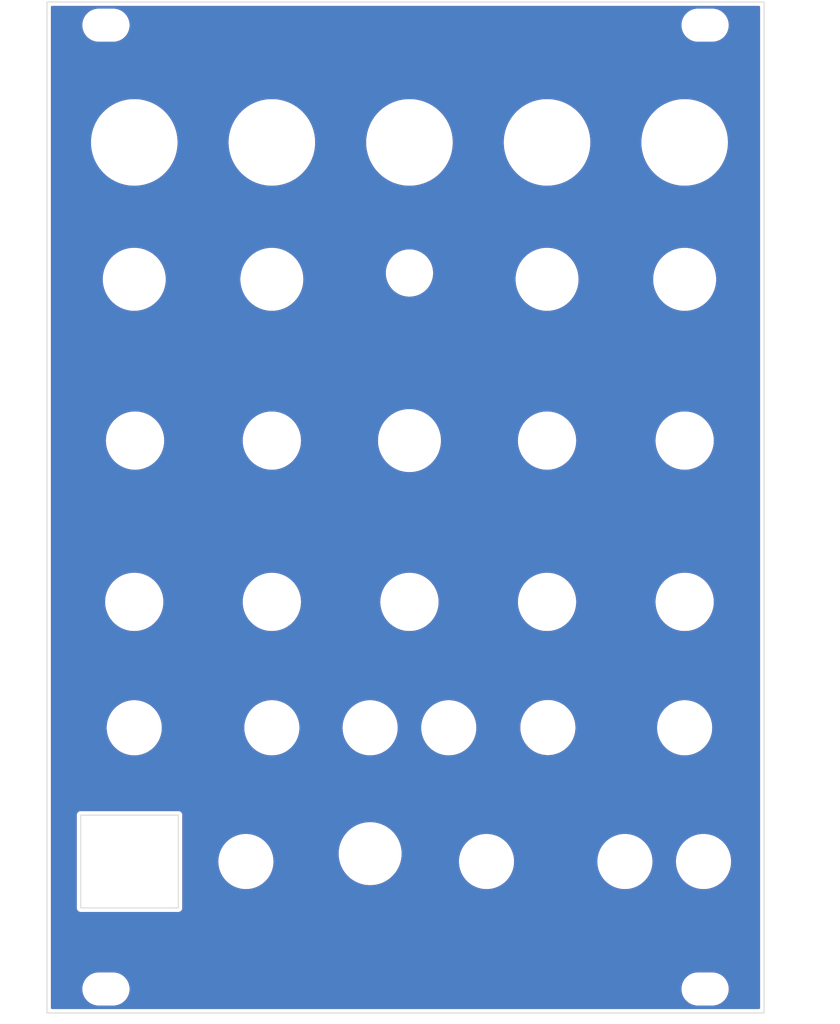
<source format=kicad_pcb>
(kicad_pcb (version 20211014) (generator pcbnew)
  (layers (0 "F.Cu" signal) (31 "B.Cu" signal) (34 "B.Paste" user) (35 "F.Paste" user) (36 "B.SilkS" user "B.Silkscreen") (37 "F.SilkS" user "F.Silkscreen") (38 "B.Mask" user) (39 "F.Mask" user) (44 "Edge.Cuts" user))
  (net 0 "")
  (footprint "Custom_Footprints:Thonkiconn_Socket_MountingHole_6mm" (layer "F.Cu") (at 133.604665 132.9688 180)
    (fp_text reference "Ref**" hide)
    (fp_text value "Thonkiconn_Socket_MountingHole_6mm")
    (pad "" np_thru_hole circle locked (at 0 0 180) (size 6 6) (drill 6) (layers *.Cu *.Mask))
  )
  (footprint "Custom_Footprints:Thonkiconn_Socket_MountingHole_6mm" (layer "F.Cu") (at 81 133 180)
    (fp_text reference "Ref**" hide)
    (fp_text value "Thonkiconn_Socket_MountingHole_6mm")
    (pad "" np_thru_hole circle locked (at 0 0 180) (size 6 6) (drill 6) (layers *.Cu *.Mask))
  )
  (footprint "Custom_Footprints:LED_Buttons_KS01-BLV" (layer "F.Cu") (at 133.5 58.6)
    (fp_text reference "Ref**" hide)
    (fp_text value "LED_Buttons_KS01-BLV" hide)
    (pad "" np_thru_hole circle (at 0 0) (size 10 10) (drill 10) (layers F&B.Cu *.Mask))
  )
  (footprint "Custom_Footprints:USB_B_CUTOUT" (layer "F.Cu") (at 80.4 150)
    (fp_text reference "USB**" hide)
    (fp_text value "USB_B_CUTOUT")
    (fp_rect (start -6.2 -5.9) (end 6.2 5.9) (layer "Edge.Cuts") (width 0.1) (fill none))
  )
  (footprint "Custom_Footprints:Alpha_9mm_pot_hole" (layer "F.Cu") (at 133.5 76)
    (fp_text reference "Ref**" hide)
    (fp_text value "Alpha_9mm_pot_hole" hide)
    (pad "" np_thru_hole circle locked (at 0 0) (size 7 7) (drill 7) (layers *.Cu *.Mask))
  )
  (footprint "Custom_Footprints:Thonkiconn_Socket_MountingHole_6mm" (layer "F.Cu") (at 111 133 180)
    (fp_text reference "Ref**" hide)
    (fp_text value "Thonkiconn_Socket_MountingHole_6mm")
    (pad "" np_thru_hole circle locked (at 0 0 180) (size 6 6) (drill 6) (layers *.Cu *.Mask))
  )
  (footprint "Custom_Footprints:Sub_Miniature_Switch_MountingHole_5mm" (layer "F.Cu") (at 116 75.2)
    (fp_text reference "Ref**" hide)
    (fp_text value "Subminiature_Switch" hide)
    (pad "" np_thru_hole circle locked (at 0 0) (size 5 5) (drill 5) (layers *.Cu *.Mask))
  )
  (footprint "Custom_Footprints:Oval_Mounting_Hole" (layer "F.Cu") (at 77.4 43.7)
    (fp_text reference "Ref**" hide)
    (fp_text value "Oval_Mounting_Hole" hide)
    (pad "" np_thru_hole oval locked (at 0 0) (size 5 3.2) (drill oval 5 3.2) (layers *.Cu *.Mask))
  )
  (footprint "Custom_Footprints:Tall_Trimmer_Hole" (layer "F.Cu") (at 81 117)
    (fp_text reference "Ref**" hide)
    (fp_text value "Tall_Trimmer_Hole" hide)
    (pad "" np_thru_hole circle (at 0 0) (size 6.4 6.4) (drill 6.4) (layers F&B.Cu *.Mask))
  )
  (footprint "Custom_Footprints:Alpha_9mm_pot_hole" (layer "F.Cu") (at 98.5 76)
    (fp_text reference "Ref**" hide)
    (fp_text value "Alpha_9mm_pot_hole" hide)
    (pad "" np_thru_hole circle locked (at 0 0) (size 7 7) (drill 7) (layers *.Cu *.Mask))
  )
  (footprint "Custom_Footprints:Tall_Trimmer_Hole" (layer "F.Cu") (at 133.5 96.5)
    (fp_text reference "Ref**" hide)
    (fp_text value "Tall_Trimmer_Hole" hide)
    (pad "" np_thru_hole circle (at 0 0) (size 6.4 6.4) (drill 6.4) (layers F&B.Cu *.Mask))
  )
  (footprint "kibuzzard-633EE168" (layer "F.Cu") (at 141.8 50)
    (fp_text reference "kibuzzard-633EE168" hide)
    (fp_text value "G***" hide)
  )
  (footprint "Custom_Footprints:Thonkiconn_Socket_MountingHole_6mm" (layer "F.Cu") (at 153.4 150 180)
    (fp_text reference "Ref**" hide)
    (fp_text value "Thonkiconn_Socket_MountingHole_6mm")
    (pad "" np_thru_hole circle locked (at 0 0 180) (size 6 6) (drill 6) (layers *.Cu *.Mask))
  )
  (footprint "Custom_Footprints:Tall_Trimmer_Hole" (layer "F.Cu") (at 98.5 117)
    (fp_text reference "Ref**" hide)
    (fp_text value "Tall_Trimmer_Hole" hide)
    (pad "" np_thru_hole circle (at 0 0) (size 6.4 6.4) (drill 6.4) (layers F&B.Cu *.Mask))
  )
  (footprint "Custom_Footprints:Tall_Trimmer_Hole" (layer "F.Cu") (at 133.5 117)
    (fp_text reference "Ref**" hide)
    (fp_text value "Tall_Trimmer_Hole" hide)
    (pad "" np_thru_hole circle (at 0 0) (size 6.4 6.4) (drill 6.4) (layers F&B.Cu *.Mask))
  )
  (footprint "Custom_Footprints:LED_Buttons_KS01-BLV" (layer "F.Cu") (at 81 58.6)
    (fp_text reference "Ref**" hide)
    (fp_text value "LED_Buttons_KS01-BLV" hide)
    (pad "" np_thru_hole circle (at 0 0) (size 10 10) (drill 10) (layers F&B.Cu *.Mask))
  )
  (footprint "Custom_Footprints:Thonkiconn_Socket_MountingHole_6mm" (layer "F.Cu") (at 125.8 150 180)
    (fp_text reference "Ref**" hide)
    (fp_text value "Thonkiconn_Socket_MountingHole_6mm")
    (pad "" np_thru_hole circle locked (at 0 0 180) (size 6 6) (drill 6) (layers *.Cu *.Mask))
  )
  (footprint "Custom_Footprints:Thonkiconn_Socket_MountingHole_6mm" (layer "F.Cu") (at 98.5 133 180)
    (fp_text reference "Ref**" hide)
    (fp_text value "Thonkiconn_Socket_MountingHole_6mm")
    (pad "" np_thru_hole circle locked (at 0 0 180) (size 6 6) (drill 6) (layers *.Cu *.Mask))
  )
  (footprint "kibuzzard-633EE0D0" (layer "F.Cu") (at 81 50)
    (fp_text reference "kibuzzard-633EE0D0" hide)
    (fp_text value "G***" hide)
  )
  (footprint "Custom_Footprints:Thonkiconn_Socket_MountingHole_6mm" (layer "F.Cu") (at 143.4 150 180)
    (fp_text reference "Ref**" hide)
    (fp_text value "Thonkiconn_Socket_MountingHole_6mm")
    (pad "" np_thru_hole circle locked (at 0 0 180) (size 6 6) (drill 6) (layers *.Cu *.Mask))
  )
  (footprint "kibuzzard-633EEB29" (layer "F.Cu") (at 116.2 49.982537)
    (fp_text reference "kibuzzard-633EEB29" hide)
    (fp_text value "G***" hide)
  )
  (footprint "Custom_Footprints:Tall_Trimmer_Hole" (layer "F.Cu") (at 116 117)
    (fp_text reference "Ref**" hide)
    (fp_text value "Tall_Trimmer_Hole" hide)
    (pad "" np_thru_hole circle (at 0 0) (size 6.4 6.4) (drill 6.4) (layers F&B.Cu *.Mask))
  )
  (footprint "Custom_Footprints:Alpha_9mm_pot_hole" (layer "F.Cu") (at 151 76)
    (fp_text reference "Ref**" hide)
    (fp_text value "Alpha_9mm_pot_hole" hide)
    (pad "" np_thru_hole circle locked (at 0 0) (size 7 7) (drill 7) (layers *.Cu *.Mask))
  )
  (footprint "Custom_Footprints:Oval_Mounting_Hole" (layer "F.Cu") (at 77.4 166.2)
    (fp_text reference "Ref**" hide)
    (fp_text value "Oval_Mounting_Hole" hide)
    (pad "" np_thru_hole oval locked (at 0 0) (size 5 3.2) (drill oval 5 3.2) (layers *.Cu *.Mask))
  )
  (footprint "Custom_Footprints:Thonkiconn_Socket_MountingHole_6mm" (layer "F.Cu") (at 95.2 150 180)
    (fp_text reference "Ref**" hide)
    (fp_text value "Thonkiconn_Socket_MountingHole_6mm")
    (pad "" np_thru_hole circle locked (at 0 0 180) (size 6 6) (drill 6) (layers *.Cu *.Mask))
  )
  (footprint "Custom_Footprints:Alpha_9mm_pot_hole" (layer "F.Cu") (at 116 96.5)
    (fp_text reference "Ref**" hide)
    (fp_text value "Alpha_9mm_pot_hole" hide)
    (pad "" np_thru_hole circle locked (at 0 0) (size 7 7) (drill 7) (layers *.Cu *.Mask))
  )
  (footprint "Custom_Footprints:Alpha_9mm_pot_hole" (layer "F.Cu") (at 111 149)
    (fp_text reference "Ref**" hide)
    (fp_text value "Alpha_9mm_pot_hole" hide)
    (pad "" np_thru_hole circle locked (at 0 0) (size 7 7) (drill 7) (layers *.Cu *.Mask))
  )
  (footprint "Custom_Footprints:Tall_Trimmer_Hole" (layer "F.Cu") (at 81.1 96.5)
    (fp_text reference "Ref**" hide)
    (fp_text value "Tall_Trimmer_Hole" hide)
    (pad "" np_thru_hole circle (at 0 0) (size 6.4 6.4) (drill 6.4) (layers F&B.Cu *.Mask))
  )
  (footprint "Custom_Footprints:Thonkiconn_Socket_MountingHole_6mm" (layer "F.Cu") (at 121 133 180)
    (fp_text reference "Ref**" hide)
    (fp_text value "Thonkiconn_Socket_MountingHole_6mm")
    (pad "" np_thru_hole circle locked (at 0 0 180) (size 6 6) (drill 6) (layers *.Cu *.Mask))
  )
  (footprint "Custom_Footprints:LED_Buttons_KS01-BLV" (layer "F.Cu") (at 116 58.6)
    (fp_text reference "Ref**" hide)
    (fp_text value "LED_Buttons_KS01-BLV" hide)
    (pad "" np_thru_hole circle (at 0 0) (size 10 10) (drill 10) (layers F&B.Cu *.Mask))
  )
  (footprint "Custom_Footprints:Tall_Trimmer_Hole" (layer "F.Cu") (at 151 96.5)
    (fp_text reference "Ref**" hide)
    (fp_text value "Tall_Trimmer_Hole" hide)
    (pad "" np_thru_hole circle (at 0 0) (size 6.4 6.4) (drill 6.4) (layers F&B.Cu *.Mask))
  )
  (footprint "Custom_Footprints:Oval_Mounting_Hole" (layer "F.Cu") (at 153.6 166.2)
    (fp_text reference "Ref**" hide)
    (fp_text value "Oval_Mounting_Hole" hide)
    (pad "" np_thru_hole oval locked (at 0 0) (size 5 3.2) (drill oval 5 3.2) (layers *.Cu *.Mask))
  )
  (footprint "Custom_Footprints:LED_Buttons_KS01-BLV" (layer "F.Cu") (at 151 58.6)
    (fp_text reference "Ref**" hide)
    (fp_text value "LED_Buttons_KS01-BLV" hide)
    (pad "" np_thru_hole circle (at 0 0) (size 10 10) (drill 10) (layers F&B.Cu *.Mask))
  )
  (footprint "Custom_Footprints:Thonkiconn_Socket_MountingHole_6mm" (layer "F.Cu") (at 151 133 180)
    (fp_text reference "Ref**" hide)
    (fp_text value "Thonkiconn_Socket_MountingHole_6mm")
    (pad "" np_thru_hole circle locked (at 0 0 180) (size 6 6) (drill 6) (layers *.Cu *.Mask))
  )
  (footprint "Custom_Footprints:Tall_Trimmer_Hole" (layer "F.Cu") (at 98.5 96.5)
    (fp_text reference "Ref**" hide)
    (fp_text value "Tall_Trimmer_Hole" hide)
    (pad "" np_thru_hole circle (at 0 0) (size 6.4 6.4) (drill 6.4) (layers F&B.Cu *.Mask))
  )
  (footprint "kibuzzard-633EE0FA" (layer "F.Cu") (at 98.6 50)
    (fp_text reference "kibuzzard-633EE0FA" hide)
    (fp_text value "G***" hide)
  )
  (footprint "Custom_Footprints:LED_Buttons_KS01-BLV" (layer "F.Cu") (at 98.5 58.6)
    (fp_text reference "Ref**" hide)
    (fp_text value "LED_Buttons_KS01-BLV" hide)
    (pad "" np_thru_hole circle (at 0 0) (size 10 10) (drill 10) (layers F&B.Cu *.Mask))
  )
  (footprint "Custom_Footprints:Alpha_9mm_pot_hole" (layer "F.Cu") (at 81 76)
    (fp_text reference "Ref**" hide)
    (fp_text value "Alpha_9mm_pot_hole" hide)
    (pad "" np_thru_hole circle locked (at 0 0) (size 7 7) (drill 7) (layers *.Cu *.Mask))
  )
  (footprint "Custom_Footprints:Tall_Trimmer_Hole" (layer "F.Cu") (at 151 117)
    (fp_text reference "Ref**" hide)
    (fp_text value "Tall_Trimmer_Hole" hide)
    (pad "" np_thru_hole circle (at 0 0) (size 6.4 6.4) (drill 6.4) (layers F&B.Cu *.Mask))
  )
  (footprint "Custom_Footprints:Oval_Mounting_Hole" (layer "F.Cu") (at 153.6 43.7)
    (fp_text reference "Ref**" hide)
    (fp_text value "Oval_Mounting_Hole" hide)
    (pad "" np_thru_hole oval locked (at 0 0) (size 5 3.2) (drill oval 5 3.2) (layers *.Cu *.Mask))
  )
  (gr_rect (start 69.9 40.75) (end 161.1 169.25) (layer "Edge.Cuts") (width 0.1) (fill none))
  (zone (net 0) (net_name "") (layers F&B.Cu) (connect_pads (clearance 0.508)) (min_thickness 0.254) (fill yes (thermal_gap 0.508) (thermal_bridge_width 0.508))
    (polygon (pts (xy 161.7 170.7) (xy 69.3 170.5) (xy 69.2 40.8) (xy 161.7 40.5)))
  )
)
</source>
